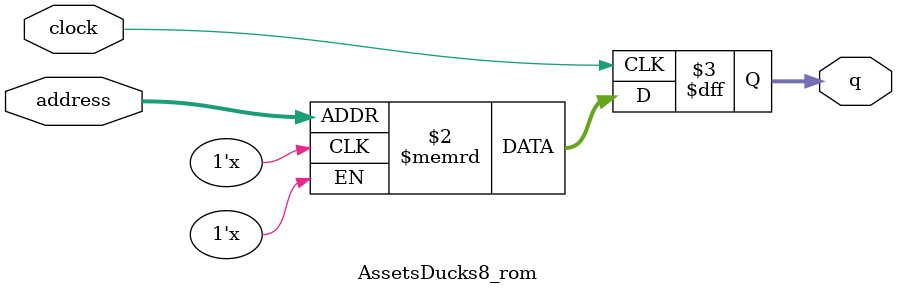
<source format=sv>
module AssetsDucks8_rom (
	input logic clock,
	input logic [11:0] address,
	output logic [3:0] q
);

logic [3:0] memory [0:4095] /* synthesis ram_init_file = "./AssetsDucks8/AssetsDucks8.mif" */;

always_ff @ (posedge clock) begin
	q <= memory[address];
end

endmodule

</source>
